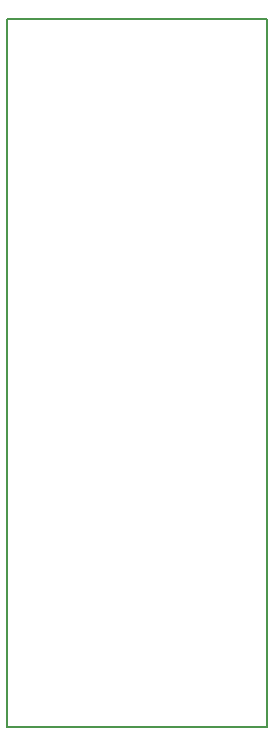
<source format=gm1>
G04 #@! TF.GenerationSoftware,KiCad,Pcbnew,6.0.2+dfsg-1*
G04 #@! TF.CreationDate,2022-07-08T08:01:06-07:00*
G04 #@! TF.ProjectId,behavior_panel,62656861-7669-46f7-925f-70616e656c2e,rev?*
G04 #@! TF.SameCoordinates,Original*
G04 #@! TF.FileFunction,Profile,NP*
%FSLAX46Y46*%
G04 Gerber Fmt 4.6, Leading zero omitted, Abs format (unit mm)*
G04 Created by KiCad (PCBNEW 6.0.2+dfsg-1) date 2022-07-08 08:01:06*
%MOMM*%
%LPD*%
G01*
G04 APERTURE LIST*
G04 #@! TA.AperFunction,Profile*
%ADD10C,0.150000*%
G04 #@! TD*
G04 APERTURE END LIST*
D10*
X123000000Y-99000000D02*
X123000000Y-39000000D01*
X123000000Y-39000000D02*
X145000000Y-39000000D01*
X145000000Y-39000000D02*
X145000000Y-99000000D01*
X145000000Y-99000000D02*
X123000000Y-99000000D01*
M02*

</source>
